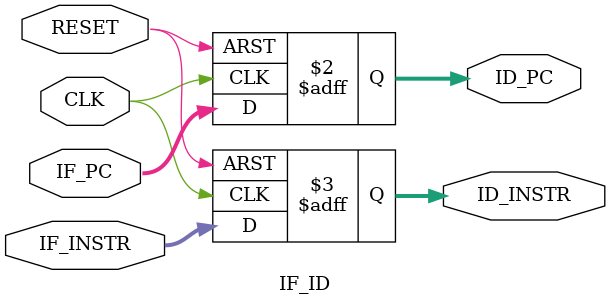
<source format=v>
`timescale 1ns / 1ps

module IF_ID(CLK, RESET, IF_PC, IF_INSTR, ID_PC, ID_INSTR);
    input CLK, RESET;
    input [31:0] IF_PC;
    input [31:0] IF_INSTR;
    output reg [31:0] ID_PC;
    output reg [31:0] ID_INSTR;

    always @(posedge CLK or posedge RESET) begin
        if (RESET) begin
            ID_PC <= 0;
            ID_INSTR <= 0;
        end else begin
            ID_PC <= IF_PC;
            ID_INSTR <= IF_INSTR;
        end
    end
endmodule

</source>
